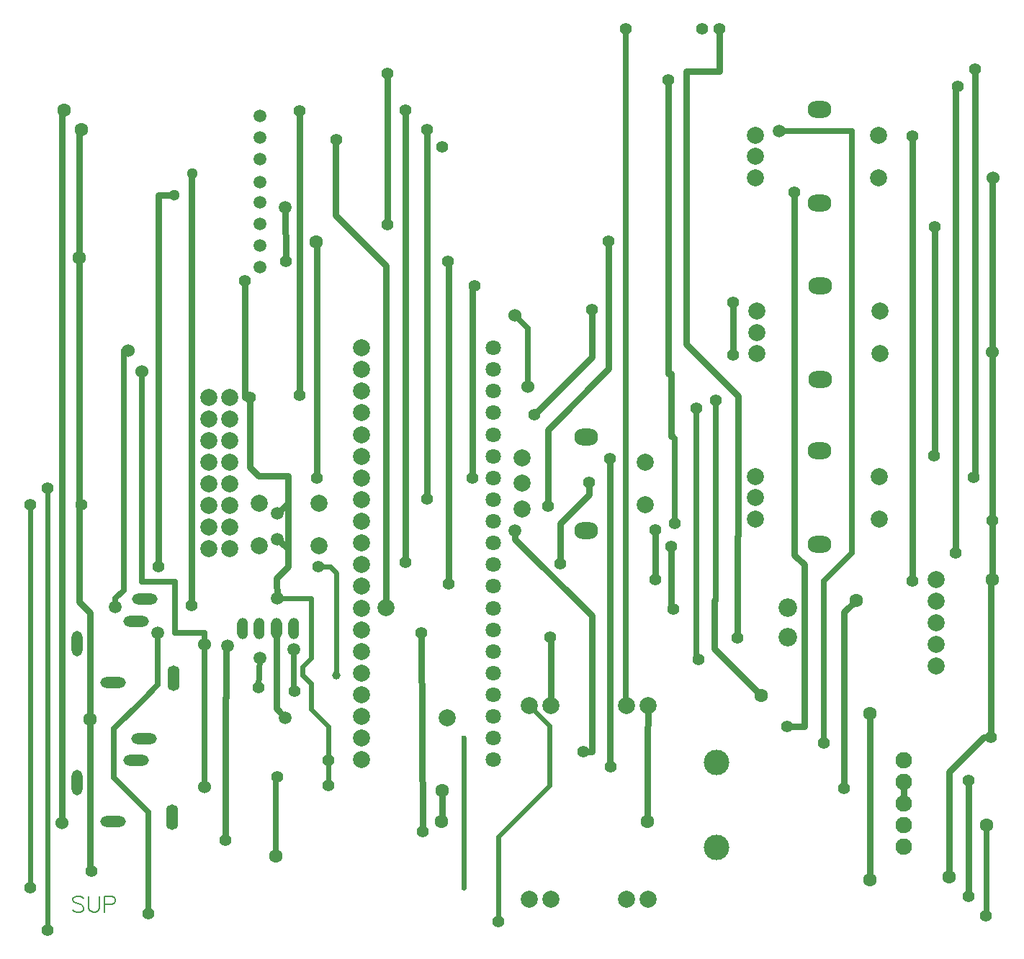
<source format=gtl>
G04 Layer: TopLayer*
G04 EasyEDA v6.5.54, 2026-02-11 06:23:56*
G04 3bbecb6fe9b747f29c0abc7b8abece35,92e600de7ff74937a4e092c024f19ce6,10*
G04 Gerber Generator version 0.2*
G04 Scale: 100 percent, Rotated: No, Reflected: No *
G04 Dimensions in millimeters *
G04 leading zeros omitted , absolute positions ,4 integer and 5 decimal *
%FSLAX45Y45*%
%MOMM*%

%ADD10C,0.2032*%
%ADD11C,0.6000*%
%ADD12C,0.8000*%
%ADD13C,0.7000*%
%ADD14C,2.0000*%
%ADD15C,0.0170*%
%ADD16O,2.799994X1.999996*%
%ADD17C,1.9304*%
%ADD18C,2.9997*%
%ADD19C,2.1844*%
%ADD20O,1.27X2.54*%
%ADD21O,1.28999X2.54*%
%ADD22C,1.8000*%
%ADD23O,2.999994X1.299997*%
%ADD24O,1.399997X2.999994*%
%ADD25O,1.299997X2.999994*%
%ADD26C,1.5240*%
%ADD27C,1.4000*%
%ADD28C,1.6000*%
%ADD29C,1.5000*%
%ADD30C,1.0000*%
%ADD31C,1.5000*%
%ADD32C,1.3000*%
%ADD33C,0.6200*%

%LPD*%
D10*
X-8572756Y-825423D02*
G01*
X-8590790Y-807389D01*
X-8618222Y-798245D01*
X-8654544Y-798245D01*
X-8681722Y-807389D01*
X-8700010Y-825423D01*
X-8700010Y-843711D01*
X-8690866Y-861745D01*
X-8681722Y-870889D01*
X-8663688Y-880033D01*
X-8609078Y-898067D01*
X-8590790Y-907211D01*
X-8581900Y-916355D01*
X-8572756Y-934643D01*
X-8572756Y-961821D01*
X-8590790Y-980109D01*
X-8618222Y-988999D01*
X-8654544Y-988999D01*
X-8681722Y-980109D01*
X-8700010Y-961821D01*
X-8512812Y-798245D02*
G01*
X-8512812Y-934643D01*
X-8503668Y-961821D01*
X-8485380Y-980109D01*
X-8458202Y-988999D01*
X-8439914Y-988999D01*
X-8412736Y-980109D01*
X-8394448Y-961821D01*
X-8385558Y-934643D01*
X-8385558Y-798245D01*
X-8325360Y-798245D02*
G01*
X-8325360Y-988999D01*
X-8325360Y-798245D02*
G01*
X-8243572Y-798245D01*
X-8216394Y-807389D01*
X-8207250Y-816279D01*
X-8198106Y-834567D01*
X-8198106Y-861745D01*
X-8207250Y-880033D01*
X-8216394Y-889177D01*
X-8243572Y-898067D01*
X-8325360Y-898067D01*
D11*
X-5816602Y3073400D02*
G01*
X-5673394Y3073400D01*
X-5599988Y2999994D01*
X-5599988Y1799996D01*
X-6299989Y2699994D02*
G01*
X-5899988Y2699994D01*
D12*
X-1700024Y8799906D02*
G01*
X-1700024Y5347538D01*
X-1663702Y5347538D01*
X-1663702Y4610176D01*
X-1651002Y4610176D01*
D13*
X-8051802Y5613476D02*
G01*
X-8100062Y5613476D01*
X-8100062Y2799918D01*
X-8199884Y2700096D01*
X-8199884Y2600020D01*
D12*
X-8826502Y63576D02*
G01*
X-8826502Y8470976D01*
X-8801102Y8445576D01*
X-3081555Y1442212D02*
G01*
X-3081555Y2243353D01*
X-3086102Y2247900D01*
X-6199888Y7300036D02*
G01*
X-6197602Y6667576D01*
D13*
X126997Y1003376D02*
G01*
X126997Y2908376D01*
X457197Y3238576D01*
X457197Y8199958D01*
X-99999Y8199983D01*
X-399999Y8199983D01*
D12*
X-299976Y1199972D02*
G01*
X-100078Y1199972D01*
X-100078Y3097352D01*
X-215902Y3213176D01*
X-215902Y7480376D01*
D13*
X-6099987Y2099995D02*
G01*
X-6106490Y1623387D01*
X-6096002Y1612900D01*
X-6515102Y1651076D02*
G01*
X-6499986Y1999995D01*
D12*
X-6299987Y3399993D02*
G01*
X-6177838Y3297984D01*
X-6299987Y3699992D02*
G01*
X-6172202Y3818686D01*
X-2700027Y899998D02*
G01*
X-2599951Y899998D01*
X-2599951Y2498417D01*
X-3499995Y3398461D01*
X-3499995Y3499993D01*
D13*
X-7886702Y5372176D02*
G01*
X-7886702Y2895676D01*
X-7500114Y2895676D01*
X-7500114Y2298776D01*
X-7150102Y2298776D01*
X-7150102Y2159076D01*
D12*
X-6680202Y6438976D02*
G01*
X-6680202Y5067376D01*
X-6616702Y5067376D01*
X-3111500Y3784597D02*
G01*
X-3111500Y4688479D01*
X-2399990Y5399984D01*
X-2399990Y6899986D01*
X-2399997Y6899986D01*
D13*
X-1651000Y4610097D02*
G01*
X-1625602Y4584700D01*
X-1625602Y3581400D01*
D12*
X-1854200Y3505197D02*
G01*
X-1854200Y2921002D01*
X-1854202Y2921000D01*
X-4599990Y2299995D02*
G01*
X-4584700Y-25397D01*
X-4584702Y-25397D01*
X-7302502Y2616276D02*
G01*
X-7302502Y7700086D01*
X-7299985Y7699984D01*
X-4533900Y3873497D02*
G01*
X-4533900Y8216897D01*
X-4533902Y8216900D01*
X-4356100Y444497D02*
G01*
X-4356100Y88902D01*
X-4368802Y76200D01*
X-4000502Y4114800D02*
G01*
X-4000502Y6349994D01*
X-3975100Y6375397D01*
X2108200Y5600697D02*
G01*
X2108200Y7632702D01*
X2120897Y7645400D01*
X1435097Y7073900D02*
G01*
X1435097Y4381497D01*
X1422400Y4381497D01*
D13*
X2044700Y38097D02*
G01*
X2044700Y-1015997D01*
X2031997Y-1028700D01*
D12*
X-2387600Y4343397D02*
G01*
X-2387600Y723900D01*
X-2374902Y723900D01*
X-5829302Y4114800D02*
G01*
X-5829302Y6896097D01*
X-5842005Y6896097D01*
X-5003802Y8877300D02*
G01*
X-5003800Y8877297D01*
X-5003800Y7099297D01*
X-4279902Y2870200D02*
G01*
X-4279902Y6667497D01*
X-4292600Y6667497D01*
X-1638300Y2578097D02*
G01*
X-1663702Y2578097D01*
X-1663702Y3314700D01*
X-2971802Y3111500D02*
G01*
X-2971802Y3581400D01*
X-2628900Y3924302D01*
X-2628900Y4063997D01*
X-3276600Y4864097D02*
G01*
X-2599997Y5540700D01*
X-2599997Y6099987D01*
X-8600696Y8218596D02*
G01*
X-8623302Y8218596D01*
X-8623302Y6705600D01*
X2108200Y2920997D02*
G01*
X2108200Y5600700D01*
X2108197Y5600700D01*
X-6908802Y-139700D02*
G01*
X-6908802Y1537540D01*
X-6895851Y1537540D01*
X-6895851Y2146297D01*
X-6883405Y2146297D01*
D13*
X-7150105Y482597D02*
G01*
X-7150105Y2158997D01*
X-7150102Y2159000D01*
D12*
X1905000Y8928097D02*
G01*
X1905000Y4140202D01*
X1892297Y4127500D01*
X-4787900Y3124197D02*
G01*
X-4787900Y8267697D01*
X-4787900Y8445497D01*
X-4787902Y8445500D01*
X-5016500Y2590797D02*
G01*
X-5016500Y6616697D01*
X-5611116Y7211316D01*
X-5611116Y8088858D01*
X-5599991Y8099983D01*
X-7696202Y3073400D02*
G01*
X-7696202Y7442197D01*
X-7505705Y7442197D01*
X1701800Y8724897D02*
G01*
X1676397Y8724897D01*
X1676397Y3238500D01*
X-939802Y6184900D02*
G01*
X-939802Y5562600D01*
X-939800Y5562597D01*
X1066800Y546100D02*
G01*
X1066800Y292100D01*
X2095497Y1066800D02*
G01*
X2095497Y2908294D01*
X2108200Y2920997D01*
X1600197Y-570661D02*
G01*
X1600197Y665048D01*
X2008883Y1067384D01*
X2095497Y1066876D01*
D13*
X-1143002Y5029276D02*
G01*
X-1143002Y2679776D01*
D12*
X-1155702Y2679776D02*
G01*
X-1155702Y2108276D01*
X-609602Y1562176D01*
X1168397Y2908300D02*
G01*
X1168400Y2908302D01*
X1168400Y8140697D01*
X-6306568Y2349576D02*
G01*
X-6306568Y1406474D01*
X-6199888Y1300048D01*
D13*
X-3352802Y5194300D02*
G01*
X-3352802Y5880100D01*
X-3505200Y6032497D01*
X-7810505Y-1003221D02*
G01*
X-7810505Y190578D01*
X-8216905Y596978D01*
X-8216905Y1168478D01*
X-7874005Y1511378D01*
X-7699987Y1685396D01*
X-7699987Y2299995D01*
D12*
X-6032505Y5092697D02*
G01*
X-6032505Y8432797D01*
X-6032502Y8432800D01*
D13*
X-6311905Y-330202D02*
G01*
X-6311905Y588083D01*
X-6299989Y599998D01*
D12*
X673100Y-609602D02*
G01*
X673100Y-292102D01*
X673100Y1346200D01*
X673097Y1346200D01*
D13*
X-1371602Y4940376D02*
G01*
X-1371602Y2006676D01*
X-1346202Y1981276D01*
D12*
X368300Y469897D02*
G01*
X368300Y2540002D01*
X507997Y2679700D01*
D11*
X-5699991Y799998D02*
G01*
X-5699991Y499998D01*
D12*
X-1943100Y76197D02*
G01*
X-1943100Y511121D01*
X-1943100Y956896D01*
X-1934669Y1442212D01*
D11*
X-3700020Y-1099997D02*
G01*
X-3700020Y-99999D01*
X-3100072Y499948D01*
X-3100072Y1207592D01*
X-3334768Y1442288D01*
X-8999984Y-1199997D02*
G01*
X-8999984Y3999994D01*
X-8999981Y3999994D01*
X-4099991Y1057859D02*
G01*
X-4099991Y-699998D01*
D13*
X-2199995Y1449997D02*
G01*
X-2199995Y9149976D01*
X-2199995Y9399981D01*
D12*
X-889002Y2235276D02*
G01*
X-889002Y3429076D01*
X-876302Y3441776D01*
X-876302Y5080076D01*
X-1485902Y5689676D01*
X-1485902Y8899982D01*
X-1100076Y8899982D01*
X-1100076Y9400108D01*
X-6299987Y2699994D02*
G01*
X-6306568Y2939110D01*
X-6172202Y3073476D01*
X-6172202Y4140276D01*
X-6515102Y4140276D01*
X-6616702Y4241876D01*
X-6616702Y5067376D01*
D11*
X-5700016Y799922D02*
G01*
X-5700016Y1199972D01*
X-5899914Y1400124D01*
X-5899914Y1700098D01*
X-5999990Y1799920D01*
X-5999990Y1899996D01*
X-5899914Y2000072D01*
X-5899988Y2699994D01*
D12*
X1828800Y-800102D02*
G01*
X1828800Y558797D01*
X1828797Y558800D01*
X-8496305Y1282697D02*
G01*
X-8496305Y-495297D01*
X-8483602Y-508000D01*
D11*
X-9199984Y-699998D02*
G01*
X-9199984Y3699992D01*
X-9199981Y3799992D01*
D12*
X-8496305Y1282778D02*
G01*
X-8496305Y2536517D01*
X-8623302Y2663515D01*
X-8623302Y6705600D01*
D14*
G01*
X-6509463Y3818686D03*
G01*
X-5809515Y3818686D03*
G01*
X-6509463Y3318713D03*
G01*
X-5809515Y3318713D03*
G01*
X-3418867Y4353991D03*
G01*
X-3418867Y4053992D03*
G01*
X-3418867Y3753993D03*
G01*
X-1968883Y3801338D03*
G01*
X-1968883Y4301337D03*
D16*
G01*
X-2668882Y4601337D03*
G01*
X-2668882Y3501339D03*
D17*
G01*
X1066797Y-215900D03*
G01*
X1066797Y38100D03*
G01*
X1066797Y292100D03*
G01*
X1066797Y546100D03*
G01*
X1066797Y800100D03*
D18*
G01*
X-1130302Y-228600D03*
G01*
X-1130302Y774700D03*
D14*
G01*
X1447797Y2921000D03*
D19*
G01*
X-292102Y2595702D03*
G01*
X-292102Y2245690D03*
D14*
G01*
X1447797Y1905000D03*
G01*
X1447797Y2159000D03*
G01*
X1447797Y2413000D03*
G01*
X1447797Y2667000D03*
G01*
X-3334717Y-838200D03*
G01*
X-1934669Y-838200D03*
G01*
X-3334717Y1442212D03*
G01*
X-1934669Y1442212D03*
G01*
X-3081555Y1442212D03*
G01*
X-2188669Y1442212D03*
G01*
X-2189761Y-839063D03*
G01*
X-3080844Y-838352D03*
D20*
G01*
X-6508193Y2349500D03*
G01*
X-6706491Y2349500D03*
G01*
X-6106492Y2349500D03*
D21*
G01*
X-6306492Y2349500D03*
D14*
G01*
X-7099302Y5067300D03*
G01*
X-7099302Y4813300D03*
G01*
X-7099302Y4559300D03*
G01*
X-7099302Y4305300D03*
G01*
X-7099302Y4051300D03*
G01*
X-7099302Y3797300D03*
G01*
X-7099302Y3543300D03*
G01*
X-7099302Y3289300D03*
G01*
X-6858002Y5067300D03*
G01*
X-6858002Y4813300D03*
G01*
X-6858002Y4559300D03*
G01*
X-6858002Y4305300D03*
G01*
X-6858002Y4051300D03*
G01*
X-6858002Y3797300D03*
G01*
X-6858002Y3543300D03*
G01*
X-6858002Y3289300D03*
G01*
X-671934Y4136212D03*
G01*
X-671934Y3886225D03*
G01*
X-671934Y3636213D03*
G01*
X778050Y3636213D03*
G01*
X778050Y4136212D03*
D16*
G01*
X78051Y4436211D03*
G01*
X78051Y3336213D03*
D14*
G01*
X-674194Y8149386D03*
G01*
X-674194Y7899400D03*
G01*
X-674194Y7649387D03*
G01*
X775789Y7649387D03*
G01*
X775789Y8149386D03*
D16*
G01*
X75791Y8449386D03*
G01*
X75791Y7349388D03*
D14*
G01*
X-661494Y6079312D03*
G01*
X-661494Y5829325D03*
G01*
X-661494Y5579313D03*
G01*
X788489Y5579313D03*
G01*
X788489Y6079312D03*
D16*
G01*
X88491Y6379311D03*
G01*
X88491Y5279313D03*
D22*
G01*
X-3760904Y802817D03*
G01*
X-3760904Y1057859D03*
G01*
X-3760904Y1312900D03*
G01*
X-3760904Y5138699D03*
G01*
X-3760904Y2588158D03*
G01*
X-3760904Y3608374D03*
G01*
X-3760904Y4118482D03*
G01*
X-3760904Y2333117D03*
G01*
X-3760904Y4373524D03*
G01*
X-3760904Y3863441D03*
G01*
X-3760904Y3353333D03*
G01*
X-3760904Y5393740D03*
G01*
X-3760904Y4883632D03*
G01*
X-3760904Y2843225D03*
G01*
X-3760904Y1823008D03*
G01*
X-3760904Y1567967D03*
G01*
X-3760904Y2078075D03*
G01*
X-3760904Y5648807D03*
G01*
X-3760904Y3098266D03*
G01*
X-3760904Y4628591D03*
D14*
G01*
X-5306900Y4628591D03*
G01*
X-5306900Y3098266D03*
G01*
X-5306900Y5648807D03*
G01*
X-5306900Y2078075D03*
G01*
X-5306900Y1567967D03*
G01*
X-5306900Y1823008D03*
G01*
X-5306900Y2843225D03*
G01*
X-5306900Y4883632D03*
G01*
X-5306900Y5393740D03*
G01*
X-5306900Y3353333D03*
G01*
X-5306900Y3863441D03*
G01*
X-5306900Y4373524D03*
G01*
X-5306900Y2333117D03*
G01*
X-5306900Y4118482D03*
G01*
X-5306900Y3608374D03*
G01*
X-5306900Y2588158D03*
G01*
X-5306900Y5138699D03*
G01*
X-5306900Y1312900D03*
G01*
X-5306900Y1057859D03*
G01*
X-5306900Y802817D03*
D23*
G01*
X-8228713Y1711680D03*
D24*
G01*
X-7518707Y1761693D03*
D23*
G01*
X-7958711Y2431694D03*
G01*
X-7858711Y2691688D03*
D25*
G01*
X-8648702Y2171700D03*
D23*
G01*
X-8229272Y75488D03*
D24*
G01*
X-7530772Y126288D03*
D23*
G01*
X-7959270Y795502D03*
G01*
X-7859270Y1055496D03*
D25*
G01*
X-8649261Y535508D03*
D26*
G01*
X2108197Y5600700D03*
G01*
X2120897Y7645400D03*
G01*
X-3352802Y5194300D03*
G01*
X-8051802Y5613400D03*
G01*
X-3505202Y6032500D03*
G01*
X-7150102Y482600D03*
G01*
X-7886702Y5372100D03*
G01*
X-7150102Y2159000D03*
D27*
G01*
X-8999984Y3999992D03*
G01*
X-9199984Y3799992D03*
G01*
X-889002Y2235200D03*
G01*
X-1299999Y9399981D03*
D26*
G01*
X-8826502Y63500D03*
D28*
G01*
X673097Y1346200D03*
G01*
X673097Y-609600D03*
G01*
X2108197Y2921000D03*
G01*
X-609602Y1562100D03*
G01*
X-5842002Y6896100D03*
D14*
G01*
X-5016502Y2590800D03*
D27*
G01*
X-1100000Y9399981D03*
G01*
X-2199998Y9399981D03*
D29*
G01*
X-7699987Y2299995D03*
G01*
X-8199884Y2600020D03*
G01*
X-3499995Y3499993D03*
G01*
X-6299989Y3699992D03*
G01*
X-6299989Y3399993D03*
G01*
X-6499989Y1999995D03*
G01*
X-6299989Y2699994D03*
G01*
X-6099990Y2099995D03*
G01*
X-400001Y8199983D03*
G01*
X-6199990Y7299985D03*
G01*
X-6499735Y8377986D03*
G01*
X-6499735Y8123986D03*
G01*
X-6499735Y7869986D03*
G01*
X-6499989Y7599984D03*
G01*
X-6499735Y7361986D03*
G01*
X-6499735Y7108062D03*
G01*
X-6499735Y6853986D03*
G01*
X-6499735Y6600062D03*
D14*
G01*
X-4299993Y1299997D03*
D30*
G01*
X-5599991Y1799996D03*
D27*
G01*
X-8599985Y3799992D03*
D28*
G01*
X-4356102Y444500D03*
G01*
X-4368802Y76200D03*
G01*
X-8496302Y1282700D03*
G01*
X-8623302Y6705600D03*
G01*
X-1943102Y76200D03*
G01*
X-8600696Y8218601D03*
G01*
X2044697Y38100D03*
D27*
G01*
X-8483602Y-508000D03*
G01*
X1828797Y-800100D03*
G01*
X1828797Y558800D03*
G01*
X368297Y469900D03*
D28*
G01*
X507997Y2679700D03*
D27*
G01*
X-1371602Y4940300D03*
G01*
X-1346202Y1981200D03*
G01*
X-1143002Y5029200D03*
G01*
X-2374902Y723900D03*
G01*
X-2699997Y899998D03*
G01*
X-2971802Y3111500D03*
G01*
X-2628902Y4064000D03*
G01*
X126997Y1003300D03*
G01*
X-300001Y1199997D03*
G01*
X-215902Y7480300D03*
G01*
X-1638302Y2578100D03*
G01*
X-1663702Y3314700D03*
G01*
X1168397Y8140700D03*
G01*
X-4000502Y4114800D03*
G01*
X-3975102Y6375400D03*
G01*
X-3276602Y4864100D03*
G01*
X-2599997Y6099987D03*
G01*
X-939802Y6184900D03*
G01*
X-939802Y5562600D03*
G01*
X-4279902Y2870200D03*
G01*
X-4292602Y6667500D03*
G01*
X-5829302Y4114800D03*
G01*
X-4356102Y8013700D03*
G01*
X1435097Y7073900D03*
G01*
X1422397Y4381500D03*
G01*
X-4533902Y3873500D03*
G01*
X-4533902Y8216900D03*
G01*
X1701797Y8724900D03*
G01*
X1676397Y3238500D03*
G01*
X-4787902Y3124200D03*
G01*
X-4787902Y8445500D03*
G01*
X1904997Y8928100D03*
G01*
X1892297Y4127500D03*
G01*
X-5699991Y499998D03*
G01*
X-6616702Y5067300D03*
G01*
X-6680202Y6438900D03*
G01*
X-5016502Y2590800D03*
G01*
X-5599991Y8099983D03*
G01*
X-4599993Y2299995D03*
G01*
X-4584702Y-38100D03*
G01*
X-6908802Y-139700D03*
D31*
G01*
X-6883402Y2146300D03*
D27*
G01*
X-7302502Y2616200D03*
G01*
X-7696202Y3073400D03*
G01*
X-3111502Y3784600D03*
G01*
X-2399997Y6899986D03*
G01*
X-6197602Y6667500D03*
G01*
X-1699999Y8799982D03*
G01*
X-1625602Y3581400D03*
G01*
X-1854202Y3505200D03*
G01*
X-1854202Y2921000D03*
G01*
X-5816602Y3073400D03*
G01*
X-6032502Y5092700D03*
G01*
X-6515102Y1651000D03*
G01*
X-6096002Y1612900D03*
D28*
G01*
X-6311902Y-330200D03*
D27*
G01*
X-6299989Y599998D03*
G01*
X-2387602Y4343400D03*
G01*
X2031997Y-1028700D03*
G01*
X-7810502Y-1003300D03*
G01*
X1168397Y2908300D03*
D28*
G01*
X1600197Y-571500D03*
D27*
G01*
X-3086102Y2247900D03*
G01*
X2095497Y1066800D03*
G01*
X-5003802Y7099300D03*
G01*
X-5003802Y8877300D03*
G01*
X-6032502Y8432800D03*
D28*
G01*
X-8801102Y8445500D03*
D27*
G01*
X2108197Y3619500D03*
D32*
G01*
X-7299987Y7699984D03*
G01*
X-7505702Y7442200D03*
G01*
X-1371602Y4940376D03*
G01*
X-1143002Y5029276D03*
D27*
G01*
X-8199884Y2600020D03*
D31*
G01*
X-6199888Y1300048D03*
D27*
G01*
X-5699991Y799998D03*
D33*
G01*
X-3700020Y-1099997D03*
G01*
X-8999984Y-1099997D03*
G01*
X-4099994Y1057859D03*
G01*
X-4099994Y-699998D03*
G01*
X-9199984Y-699998D03*
D27*
G01*
X-9199984Y-699998D03*
G01*
X-8999984Y-1199997D03*
G01*
X-3700020Y-1099997D03*
M02*

</source>
